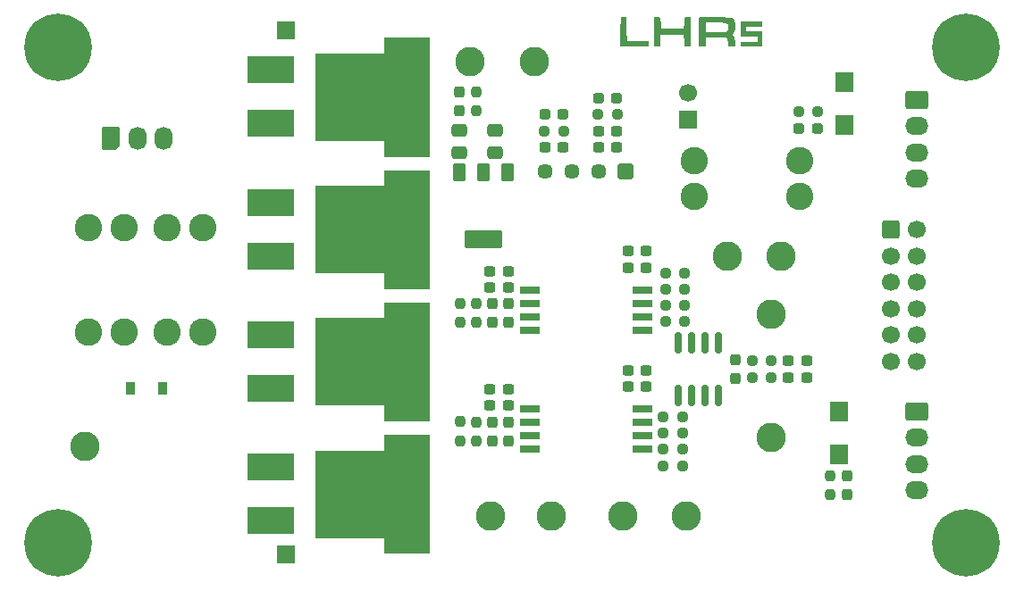
<source format=gbr>
%TF.GenerationSoftware,KiCad,Pcbnew,9.0.7*%
%TF.CreationDate,2026-01-13T18:02:55-06:00*%
%TF.ProjectId,ActivePrecharge RevB,41637469-7665-4507-9265-636861726765,rev?*%
%TF.SameCoordinates,Original*%
%TF.FileFunction,Soldermask,Top*%
%TF.FilePolarity,Negative*%
%FSLAX46Y46*%
G04 Gerber Fmt 4.6, Leading zero omitted, Abs format (unit mm)*
G04 Created by KiCad (PCBNEW 9.0.7) date 2026-01-13 18:02:55*
%MOMM*%
%LPD*%
G01*
G04 APERTURE LIST*
G04 Aperture macros list*
%AMRoundRect*
0 Rectangle with rounded corners*
0 $1 Rounding radius*
0 $2 $3 $4 $5 $6 $7 $8 $9 X,Y pos of 4 corners*
0 Add a 4 corners polygon primitive as box body*
4,1,4,$2,$3,$4,$5,$6,$7,$8,$9,$2,$3,0*
0 Add four circle primitives for the rounded corners*
1,1,$1+$1,$2,$3*
1,1,$1+$1,$4,$5*
1,1,$1+$1,$6,$7*
1,1,$1+$1,$8,$9*
0 Add four rect primitives between the rounded corners*
20,1,$1+$1,$2,$3,$4,$5,0*
20,1,$1+$1,$4,$5,$6,$7,0*
20,1,$1+$1,$6,$7,$8,$9,0*
20,1,$1+$1,$8,$9,$2,$3,0*%
%AMFreePoly0*
4,1,22,0.945671,0.830970,1.026777,0.776777,1.080970,0.695671,1.100000,0.600000,1.100000,-0.600000,1.080970,-0.695671,1.026777,-0.776777,0.945671,-0.830970,0.850000,-0.850000,-0.596447,-0.850000,-0.692118,-0.830970,-0.773224,-0.776777,-1.026777,-0.523224,-1.080970,-0.442118,-1.100000,-0.346447,-1.100000,0.600000,-1.080970,0.695671,-1.026777,0.776777,-0.945671,0.830970,-0.850000,0.850000,
0.850000,0.850000,0.945671,0.830970,0.945671,0.830970,$1*%
G04 Aperture macros list end*
%ADD10C,0.010000*%
%ADD11C,0.000000*%
%ADD12C,2.800000*%
%ADD13RoundRect,0.237500X-0.237500X0.300000X-0.237500X-0.300000X0.237500X-0.300000X0.237500X0.300000X0*%
%ADD14C,3.600000*%
%ADD15C,6.400000*%
%ADD16RoundRect,0.102000X-2.115000X-1.200000X2.115000X-1.200000X2.115000X1.200000X-2.115000X1.200000X0*%
%ADD17RoundRect,0.237500X0.250000X0.237500X-0.250000X0.237500X-0.250000X-0.237500X0.250000X-0.237500X0*%
%ADD18RoundRect,0.237500X0.287500X0.237500X-0.287500X0.237500X-0.287500X-0.237500X0.287500X-0.237500X0*%
%ADD19RoundRect,0.237500X-0.237500X0.287500X-0.237500X-0.287500X0.237500X-0.287500X0.237500X0.287500X0*%
%ADD20C,2.604000*%
%ADD21R,1.700000X1.700000*%
%ADD22RoundRect,0.237500X-0.237500X0.250000X-0.237500X-0.250000X0.237500X-0.250000X0.237500X0.250000X0*%
%ADD23RoundRect,0.250000X-0.475000X0.337500X-0.475000X-0.337500X0.475000X-0.337500X0.475000X0.337500X0*%
%ADD24RoundRect,0.250000X-0.850000X-0.600000X0.850000X-0.600000X0.850000X0.600000X-0.850000X0.600000X0*%
%ADD25O,2.200000X1.700000*%
%ADD26RoundRect,0.150000X-0.150000X0.825000X-0.150000X-0.825000X0.150000X-0.825000X0.150000X0.825000X0*%
%ADD27RoundRect,0.237500X-0.250000X-0.237500X0.250000X-0.237500X0.250000X0.237500X-0.250000X0.237500X0*%
%ADD28C,1.700000*%
%ADD29RoundRect,0.237500X0.237500X-0.250000X0.237500X0.250000X-0.237500X0.250000X-0.237500X-0.250000X0*%
%ADD30RoundRect,0.237500X0.300000X0.237500X-0.300000X0.237500X-0.300000X-0.237500X0.300000X-0.237500X0*%
%ADD31R,0.850000X1.200000*%
%ADD32RoundRect,0.237500X-0.300000X-0.237500X0.300000X-0.237500X0.300000X0.237500X-0.300000X0.237500X0*%
%ADD33R,1.850000X0.650000*%
%ADD34RoundRect,0.102000X-0.495300X0.749300X-0.495300X-0.749300X0.495300X-0.749300X0.495300X0.749300X0*%
%ADD35RoundRect,0.102000X-1.638300X0.749300X-1.638300X-0.749300X1.638300X-0.749300X1.638300X0.749300X0*%
%ADD36RoundRect,0.250000X-0.600000X-0.600000X0.600000X-0.600000X0.600000X0.600000X-0.600000X0.600000X0*%
%ADD37RoundRect,0.237500X0.237500X-0.287500X0.237500X0.287500X-0.237500X0.287500X-0.237500X-0.287500X0*%
%ADD38R,1.670000X1.970000*%
%ADD39FreePoly0,90.000000*%
%ADD40O,1.700000X2.200000*%
%ADD41RoundRect,0.250000X0.475000X-0.337500X0.475000X0.337500X-0.475000X0.337500X-0.475000X-0.337500X0*%
%ADD42RoundRect,0.102000X0.625000X0.625000X-0.625000X0.625000X-0.625000X-0.625000X0.625000X-0.625000X0*%
%ADD43C,1.454000*%
%ADD44RoundRect,0.237500X0.237500X-0.300000X0.237500X0.300000X-0.237500X0.300000X-0.237500X-0.300000X0*%
G04 APERTURE END LIST*
D10*
%TO.C,R1*%
X150110000Y-86766398D02*
X145890000Y-86766398D01*
X145890000Y-85266398D01*
X139390000Y-85266398D01*
X139390000Y-77066398D01*
X145890000Y-77066398D01*
X145890000Y-75566398D01*
X150110000Y-75566398D01*
X150110000Y-86766398D01*
G36*
X150110000Y-86766398D02*
G01*
X145890000Y-86766398D01*
X145890000Y-85266398D01*
X139390000Y-85266398D01*
X139390000Y-77066398D01*
X145890000Y-77066398D01*
X145890000Y-75566398D01*
X150110000Y-75566398D01*
X150110000Y-86766398D01*
G37*
%TO.C,R3*%
X150110000Y-111866398D02*
X145890000Y-111866398D01*
X145890000Y-110366398D01*
X139390000Y-110366398D01*
X139390000Y-102166398D01*
X145890000Y-102166398D01*
X145890000Y-100666398D01*
X150110000Y-100666398D01*
X150110000Y-111866398D01*
G36*
X150110000Y-111866398D02*
G01*
X145890000Y-111866398D01*
X145890000Y-110366398D01*
X139390000Y-110366398D01*
X139390000Y-102166398D01*
X145890000Y-102166398D01*
X145890000Y-100666398D01*
X150110000Y-100666398D01*
X150110000Y-111866398D01*
G37*
%TO.C,R2*%
X150110000Y-99316398D02*
X145890000Y-99316398D01*
X145890000Y-97816398D01*
X139390000Y-97816398D01*
X139390000Y-89616398D01*
X145890000Y-89616398D01*
X145890000Y-88116398D01*
X150110000Y-88116398D01*
X150110000Y-99316398D01*
G36*
X150110000Y-99316398D02*
G01*
X145890000Y-99316398D01*
X145890000Y-97816398D01*
X139390000Y-97816398D01*
X139390000Y-89616398D01*
X145890000Y-89616398D01*
X145890000Y-88116398D01*
X150110000Y-88116398D01*
X150110000Y-99316398D01*
G37*
%TO.C,R4*%
X150110000Y-124416398D02*
X145890000Y-124416398D01*
X145890000Y-122916398D01*
X139390000Y-122916398D01*
X139390000Y-114716398D01*
X145890000Y-114716398D01*
X145890000Y-113216398D01*
X150110000Y-113216398D01*
X150110000Y-124416398D01*
G36*
X150110000Y-124416398D02*
G01*
X145890000Y-124416398D01*
X145890000Y-122916398D01*
X139390000Y-122916398D01*
X139390000Y-114716398D01*
X145890000Y-114716398D01*
X145890000Y-113216398D01*
X150110000Y-113216398D01*
X150110000Y-124416398D01*
G37*
D11*
%TO.C,LOGO2*%
G36*
X168870639Y-74746515D02*
G01*
X168895838Y-75880443D01*
X169916373Y-75894086D01*
X170936909Y-75907729D01*
X170936909Y-76158669D01*
X170936909Y-76409610D01*
X169600596Y-76409610D01*
X168264283Y-76409610D01*
X168277679Y-75011098D01*
X168291076Y-73612586D01*
X168568258Y-73612586D01*
X168845441Y-73612586D01*
X168870639Y-74746515D01*
G37*
G36*
X181735718Y-74259808D02*
G01*
X181735718Y-74486594D01*
X180954567Y-74486594D01*
X180173416Y-74486594D01*
X180173416Y-74738578D01*
X180173416Y-74990562D01*
X180954567Y-74990562D01*
X181735718Y-74990562D01*
X181735718Y-75696118D01*
X181735718Y-76401673D01*
X180727781Y-76401673D01*
X179719845Y-76401673D01*
X179719845Y-76174888D01*
X179719845Y-75948102D01*
X180500996Y-75948102D01*
X181282146Y-75948102D01*
X181282146Y-75696118D01*
X181282146Y-75444134D01*
X180500996Y-75444134D01*
X179719845Y-75444134D01*
X179719845Y-74738578D01*
X179719845Y-74033023D01*
X180727781Y-74033023D01*
X181735718Y-74033023D01*
X181735718Y-74259808D01*
G37*
G36*
X174746673Y-73596480D02*
G01*
X174943457Y-73612586D01*
X174956853Y-75011098D01*
X174970249Y-76409610D01*
X174643523Y-76409610D01*
X174316797Y-76409610D01*
X174302548Y-75842646D01*
X174288298Y-75275681D01*
X173193827Y-75262104D01*
X172099355Y-75248526D01*
X172085096Y-75816469D01*
X172070838Y-76384411D01*
X171755056Y-76399436D01*
X171439274Y-76414461D01*
X171452675Y-75013524D01*
X171466076Y-73612586D01*
X171722536Y-73597635D01*
X171921635Y-73602471D01*
X172030208Y-73645030D01*
X172035573Y-73650854D01*
X172061120Y-73728183D01*
X172083896Y-73880853D01*
X172100721Y-74083411D01*
X172106692Y-74220171D01*
X172121234Y-74721316D01*
X173204766Y-74721316D01*
X174288298Y-74721316D01*
X174302597Y-74180084D01*
X174311906Y-73922165D01*
X174331616Y-73749389D01*
X174373626Y-73646119D01*
X174449835Y-73596715D01*
X174572143Y-73585540D01*
X174746673Y-73596480D01*
G37*
G36*
X176976234Y-73592490D02*
G01*
X177299362Y-73596334D01*
X177767570Y-73604803D01*
X178145500Y-73617479D01*
X178443668Y-73638466D01*
X178672589Y-73671867D01*
X178842779Y-73721788D01*
X178964753Y-73792331D01*
X179049027Y-73887602D01*
X179106117Y-74011704D01*
X179146538Y-74168742D01*
X179175197Y-74328466D01*
X179185626Y-74530924D01*
X179162033Y-74753415D01*
X179111540Y-74961958D01*
X179041267Y-75122576D01*
X178997216Y-75177770D01*
X178932975Y-75243686D01*
X178933142Y-75295992D01*
X179000133Y-75376182D01*
X179009344Y-75385995D01*
X179065408Y-75460961D01*
X179102075Y-75558385D01*
X179125161Y-75703244D01*
X179140479Y-75920515D01*
X179142283Y-75957039D01*
X179163921Y-76409610D01*
X178830177Y-76409610D01*
X178496433Y-76409610D01*
X178496433Y-76114025D01*
X178484187Y-75907323D01*
X178441743Y-75763961D01*
X178391981Y-75685652D01*
X178287530Y-75552864D01*
X177333648Y-75552864D01*
X176379766Y-75552864D01*
X176379766Y-75981237D01*
X176379766Y-76409610D01*
X176052187Y-76409610D01*
X175724607Y-76409610D01*
X175724607Y-75024657D01*
X175724607Y-74561726D01*
X175724607Y-74141753D01*
X176379766Y-74141753D01*
X176379766Y-74561726D01*
X176384033Y-74759263D01*
X176395387Y-74916984D01*
X176411661Y-75008622D01*
X176417564Y-75019709D01*
X176477664Y-75030809D01*
X176622089Y-75038814D01*
X176834409Y-75043371D01*
X177098190Y-75044129D01*
X177397003Y-75040736D01*
X177398564Y-75040708D01*
X177735327Y-75033617D01*
X177985810Y-75025220D01*
X178164526Y-75014014D01*
X178285986Y-74998495D01*
X178364704Y-74977161D01*
X178415194Y-74948507D01*
X178431698Y-74933703D01*
X178497040Y-74815572D01*
X178521252Y-74624107D01*
X178521631Y-74589072D01*
X178511636Y-74419739D01*
X178473255Y-74312806D01*
X178402655Y-74238094D01*
X178352565Y-74204156D01*
X178288268Y-74179211D01*
X178194659Y-74161897D01*
X178056633Y-74150857D01*
X177859085Y-74144733D01*
X177586909Y-74142164D01*
X177331723Y-74141753D01*
X176379766Y-74141753D01*
X175724607Y-74141753D01*
X175724607Y-73639705D01*
X175850453Y-73608119D01*
X175933609Y-73600336D01*
X176102650Y-73594760D01*
X176342692Y-73591513D01*
X176638849Y-73590716D01*
X176976234Y-73592490D01*
G37*
%TD*%
D12*
%TO.C,TP6*%
X161750000Y-120900000D03*
%TD*%
D13*
%TO.C,C9*%
X156178333Y-100790000D03*
X156178333Y-102515000D03*
%TD*%
D14*
%TO.C,H2*%
X201000000Y-76500000D03*
D15*
X201000000Y-76500000D03*
%TD*%
D16*
%TO.C,R1*%
X135125000Y-78626398D03*
X135125000Y-83706398D03*
%TD*%
D17*
%TO.C,R14*%
X182572500Y-107800000D03*
X180747500Y-107800000D03*
%TD*%
%TO.C,R13*%
X182572500Y-106200000D03*
X180747500Y-106200000D03*
%TD*%
D14*
%TO.C,H1*%
X115000000Y-76500000D03*
D15*
X115000000Y-76500000D03*
%TD*%
D18*
%TO.C,D5*%
X186952500Y-84190000D03*
X185202500Y-84190000D03*
%TD*%
D19*
%TO.C,D7*%
X189720000Y-117132500D03*
X189720000Y-118882500D03*
%TD*%
D12*
%TO.C,TP1*%
X117500000Y-114300000D03*
%TD*%
D20*
%TO.C,F3*%
X175310000Y-87190000D03*
X175310000Y-90590000D03*
X185230000Y-87190000D03*
X185230000Y-90590000D03*
%TD*%
D16*
%TO.C,R3*%
X135125000Y-103726398D03*
X135125000Y-108806398D03*
%TD*%
D17*
%TO.C,R7*%
X174150000Y-113060000D03*
X172325000Y-113060000D03*
%TD*%
D21*
%TO.C,J5*%
X136550000Y-124600000D03*
%TD*%
D12*
%TO.C,TP3*%
X182572500Y-113500000D03*
%TD*%
D16*
%TO.C,R2*%
X135125000Y-91176398D03*
X135125000Y-96256398D03*
%TD*%
D22*
%TO.C,R22*%
X153130000Y-111987500D03*
X153130000Y-113812500D03*
%TD*%
D23*
%TO.C,C4*%
X153010000Y-84362500D03*
X153010000Y-86437500D03*
%TD*%
D24*
%TO.C,J3*%
X196380000Y-111000000D03*
D25*
X196380000Y-113500000D03*
X196380000Y-116000000D03*
X196380000Y-118500000D03*
%TD*%
D26*
%TO.C,U1*%
X177570000Y-104525000D03*
X176300000Y-104525000D03*
X175030000Y-104525000D03*
X173760000Y-104525000D03*
X173760000Y-109475000D03*
X175030000Y-109475000D03*
X176300000Y-109475000D03*
X177570000Y-109475000D03*
%TD*%
D17*
%TO.C,R5*%
X174350000Y-99416667D03*
X172525000Y-99416667D03*
%TD*%
D27*
%TO.C,R17*%
X161067500Y-84400000D03*
X162892500Y-84400000D03*
%TD*%
D21*
%TO.C,J7*%
X174645000Y-83325000D03*
D28*
X174645000Y-80785000D03*
%TD*%
D27*
%TO.C,R8*%
X172325000Y-111520000D03*
X174150000Y-111520000D03*
%TD*%
D24*
%TO.C,J2*%
X196380000Y-81440000D03*
D25*
X196380000Y-83940000D03*
X196380000Y-86440000D03*
X196380000Y-88940000D03*
%TD*%
D29*
%TO.C,R21*%
X154656667Y-102565000D03*
X154656667Y-100740000D03*
%TD*%
D22*
%TO.C,R20*%
X153135000Y-100740000D03*
X153135000Y-102565000D03*
%TD*%
D12*
%TO.C,TP4*%
X154000000Y-77800000D03*
%TD*%
D30*
%TO.C,C16*%
X157640000Y-110460000D03*
X155915000Y-110460000D03*
%TD*%
%TO.C,C8*%
X162842500Y-85920000D03*
X161117500Y-85920000D03*
%TD*%
D31*
%TO.C,D1*%
X124900000Y-108800000D03*
X121850000Y-108800000D03*
%TD*%
D27*
%TO.C,R11*%
X172525000Y-100950000D03*
X174350000Y-100950000D03*
%TD*%
D32*
%TO.C,C19*%
X168985000Y-107110000D03*
X170710000Y-107110000D03*
%TD*%
%TO.C,C3*%
X184197500Y-107800000D03*
X185922500Y-107800000D03*
%TD*%
D18*
%TO.C,D6*%
X162855000Y-82790000D03*
X161105000Y-82790000D03*
%TD*%
D33*
%TO.C,IC1*%
X159675000Y-99490000D03*
X159675000Y-100760000D03*
X159675000Y-102030000D03*
X159675000Y-103300000D03*
X170325000Y-103300000D03*
X170325000Y-102030000D03*
X170325000Y-100760000D03*
X170325000Y-99490000D03*
%TD*%
D12*
%TO.C,TP8*%
X183500000Y-96250000D03*
%TD*%
D20*
%TO.C,F2*%
X128700000Y-93580000D03*
X125300000Y-93580000D03*
X128700000Y-103500000D03*
X125300000Y-103500000D03*
%TD*%
D34*
%TO.C,U2*%
X157586000Y-88350400D03*
X155300000Y-88350400D03*
X153014000Y-88350400D03*
D35*
X155300000Y-94649600D03*
%TD*%
D14*
%TO.C,H3*%
X115000000Y-123500000D03*
D15*
X115000000Y-123500000D03*
%TD*%
D36*
%TO.C,J4*%
X193890000Y-93750000D03*
D28*
X193890000Y-96250000D03*
X193890000Y-98750000D03*
X193890000Y-101250000D03*
X193890000Y-103750000D03*
X193890000Y-106250000D03*
X196390000Y-93750000D03*
X196390000Y-96250000D03*
X196390000Y-98750000D03*
X196390000Y-101250000D03*
X196390000Y-103750000D03*
X196390000Y-106250000D03*
%TD*%
D27*
%TO.C,R19*%
X166150000Y-82860000D03*
X167975000Y-82860000D03*
%TD*%
D21*
%TO.C,J6*%
X136550000Y-74900000D03*
%TD*%
D20*
%TO.C,F1*%
X121250000Y-93575000D03*
X117850000Y-93575000D03*
X121250000Y-103495000D03*
X117850000Y-103495000D03*
%TD*%
D12*
%TO.C,TP2*%
X182572500Y-101800000D03*
%TD*%
D14*
%TO.C,H4*%
X201000000Y-123500000D03*
D15*
X201000000Y-123500000D03*
%TD*%
D37*
%TO.C,D4*%
X153010000Y-82452500D03*
X153010000Y-80702500D03*
%TD*%
D13*
%TO.C,C11*%
X157700000Y-100790000D03*
X157700000Y-102515000D03*
%TD*%
D38*
%TO.C,D3*%
X189000000Y-111025000D03*
X189000000Y-115075000D03*
%TD*%
D17*
%TO.C,R16*%
X186980000Y-82590000D03*
X185155000Y-82590000D03*
%TD*%
D33*
%TO.C,IC2*%
X159675000Y-110795000D03*
X159675000Y-112065000D03*
X159675000Y-113335000D03*
X159675000Y-114605000D03*
X170325000Y-114605000D03*
X170325000Y-113335000D03*
X170325000Y-112065000D03*
X170325000Y-110795000D03*
%TD*%
D22*
%TO.C,R18*%
X188110000Y-117100000D03*
X188110000Y-118925000D03*
%TD*%
D18*
%TO.C,D8*%
X167937500Y-81280000D03*
X166187500Y-81280000D03*
%TD*%
D32*
%TO.C,C20*%
X168985000Y-108660000D03*
X170710000Y-108660000D03*
%TD*%
D13*
%TO.C,C17*%
X157700000Y-112050000D03*
X157700000Y-113775000D03*
%TD*%
D27*
%TO.C,R6*%
X172525000Y-97880000D03*
X174350000Y-97880000D03*
%TD*%
%TO.C,R12*%
X172325000Y-116140000D03*
X174150000Y-116140000D03*
%TD*%
D39*
%TO.C,J1*%
X120000000Y-85068602D03*
D40*
X122500000Y-85068602D03*
X125000000Y-85068602D03*
%TD*%
D29*
%TO.C,R23*%
X154653333Y-113825000D03*
X154653333Y-112000000D03*
%TD*%
D17*
%TO.C,R9*%
X174350000Y-102490000D03*
X172525000Y-102490000D03*
%TD*%
D41*
%TO.C,C1*%
X156400000Y-86437500D03*
X156400000Y-84362500D03*
%TD*%
D32*
%TO.C,C6*%
X166200000Y-85920000D03*
X167925000Y-85920000D03*
%TD*%
D13*
%TO.C,C15*%
X156176667Y-112047500D03*
X156176667Y-113772500D03*
%TD*%
D16*
%TO.C,R4*%
X135125000Y-116276398D03*
X135125000Y-121356398D03*
%TD*%
D30*
%TO.C,C12*%
X157642500Y-99210000D03*
X155917500Y-99210000D03*
%TD*%
%TO.C,C13*%
X170710000Y-97350000D03*
X168985000Y-97350000D03*
%TD*%
%TO.C,C10*%
X157642500Y-97690000D03*
X155917500Y-97690000D03*
%TD*%
%TO.C,C14*%
X170710000Y-95800000D03*
X168985000Y-95800000D03*
%TD*%
D29*
%TO.C,R15*%
X154590000Y-82490000D03*
X154590000Y-80665000D03*
%TD*%
D12*
%TO.C,TP10*%
X168500000Y-120900000D03*
%TD*%
D27*
%TO.C,R10*%
X172325000Y-114600000D03*
X174150000Y-114600000D03*
%TD*%
D32*
%TO.C,C2*%
X184197500Y-106200000D03*
X185922500Y-106200000D03*
%TD*%
%TO.C,C7*%
X166200000Y-84390000D03*
X167925000Y-84390000D03*
%TD*%
D12*
%TO.C,TP9*%
X156000000Y-120900000D03*
%TD*%
D42*
%TO.C,PS1*%
X168740000Y-88225000D03*
D43*
X166200000Y-88225000D03*
X163660000Y-88225000D03*
X161120000Y-88225000D03*
%TD*%
D12*
%TO.C,TP7*%
X178440000Y-96250000D03*
%TD*%
D44*
%TO.C,C5*%
X179190000Y-107862500D03*
X179190000Y-106137500D03*
%TD*%
D12*
%TO.C,TP5*%
X160150000Y-77800000D03*
%TD*%
D30*
%TO.C,C18*%
X157640000Y-108940000D03*
X155915000Y-108940000D03*
%TD*%
D12*
%TO.C,TP11*%
X174500000Y-120900000D03*
%TD*%
D38*
%TO.C,D2*%
X189500000Y-79775000D03*
X189500000Y-83825000D03*
%TD*%
M02*

</source>
